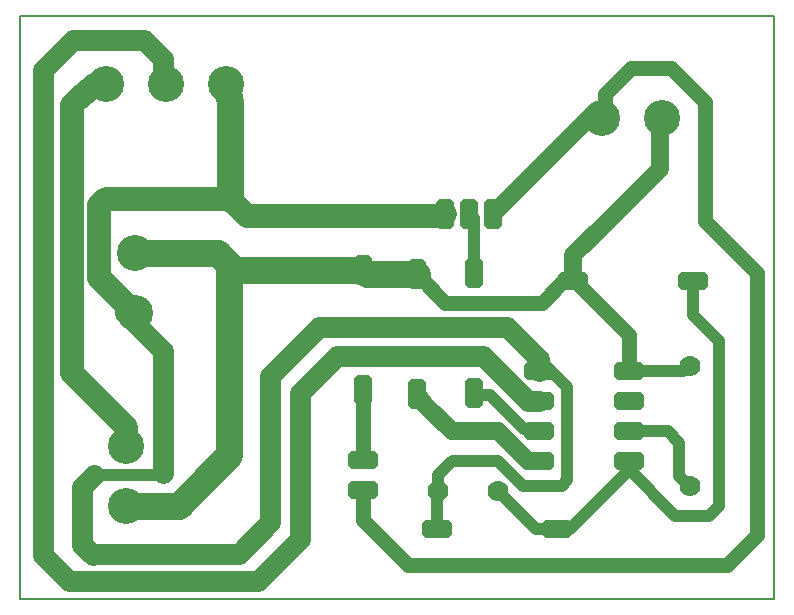
<source format=gbr>
G04 PROTEUS GERBER X2 FILE*
%TF.GenerationSoftware,Labcenter,Proteus,8.13-SP0-Build31525*%
%TF.CreationDate,2025-02-03T13:57:01+00:00*%
%TF.FileFunction,Copper,L2,Bot*%
%TF.FilePolarity,Positive*%
%TF.Part,Single*%
%TF.SameCoordinates,{a2927df7-da14-4721-b22e-cf69b3e8405d}*%
%FSLAX45Y45*%
%MOMM*%
G01*
%TA.AperFunction,Conductor*%
%ADD14C,2.286000*%
%ADD15C,1.270000*%
%ADD16C,1.016000*%
%ADD17C,1.524000*%
%ADD18C,0.254000*%
%ADD19C,1.778000*%
%ADD70C,2.032000*%
%TA.AperFunction,ComponentPad*%
%ADD10C,3.048000*%
%AMDIL001*
4,1,8,
-1.270000,0.457200,-0.965200,0.762000,0.965200,0.762000,1.270000,0.457200,1.270000,-0.457200,
0.965200,-0.762000,-0.965200,-0.762000,-1.270000,-0.457200,-1.270000,0.457200,
0*%
%TA.AperFunction,ComponentPad*%
%ADD11DIL001*%
%AMDIL002*
4,1,8,
-0.762000,0.965200,-0.457200,1.270000,0.457200,1.270000,0.762000,0.965200,0.762000,-0.965200,
0.457200,-1.270000,-0.457200,-1.270000,-0.762000,-0.965200,-0.762000,0.965200,
0*%
%TA.AperFunction,ComponentPad*%
%ADD12DIL002*%
%ADD13C,1.778000*%
%TA.AperFunction,NonConductor*%
%ADD71C,0.203200*%
%TD.AperFunction*%
D14*
X+1823394Y+3430000D02*
X+1823394Y+4247600D01*
X+1790000Y+4400000D01*
D15*
X+2950000Y+1214000D02*
X+2950000Y+1814000D01*
D14*
X+3410000Y+2790000D02*
X+2990000Y+2790000D01*
X+2950000Y+2830000D01*
D16*
X+3890000Y+2800000D02*
X+3890000Y+3263200D01*
X+3853200Y+3300000D01*
X+5720000Y+994000D02*
X+5627277Y+1086723D01*
X+5627277Y+1366227D01*
X+5531504Y+1462000D01*
X+5202000Y+1462000D01*
X+5202000Y+1970000D02*
X+5659380Y+1970000D01*
X+5723126Y+2033746D01*
X+5720000Y+2010000D01*
X+5000000Y+4090000D02*
X+5000000Y+4126945D01*
X+5000000Y+4154929D01*
D17*
X+4056400Y+3300000D02*
X+4911329Y+4154929D01*
X+5000000Y+4154929D01*
D16*
X+5033030Y+4154929D01*
X+5000000Y+4126945D01*
X+4980000Y+4110000D01*
X+5000000Y+4090000D02*
X+4971447Y+4118553D01*
X+4954089Y+4118553D01*
X+4980000Y+4110000D01*
D15*
X+2950000Y+960000D02*
X+2950000Y+713574D01*
X+3333574Y+330000D01*
X+6034726Y+330000D01*
X+6290931Y+586205D01*
X+6290931Y+2799069D01*
X+5850000Y+3240000D01*
X+5850000Y+4245839D01*
X+5560809Y+4535030D01*
X+5221457Y+4535030D01*
X+5000000Y+4313573D01*
X+5000000Y+4154929D01*
D16*
X+4592022Y+637978D02*
X+4706022Y+637978D01*
X+5194022Y+1125978D01*
X+5202000Y+1125978D01*
X+4560000Y+637978D02*
X+4420022Y+637978D01*
X+4592022Y+637978D02*
X+4560000Y+637978D01*
X+4420022Y+637978D02*
X+4100022Y+957978D01*
X+3592659Y+962659D02*
X+3592022Y+957978D01*
X+3592659Y+962659D02*
X+3614125Y+984124D01*
X+3592022Y+957978D01*
X+3592022Y+962022D02*
X+3592022Y+1092022D01*
X+3690000Y+1190000D01*
X+3712182Y+1212182D01*
X+3842183Y+1212182D01*
X+3890000Y+1212182D01*
X+4440000Y+1970000D02*
X+4547161Y+1970000D01*
X+4683045Y+1834116D01*
X+4683045Y+1044939D01*
X+4636008Y+997902D01*
X+4306748Y+997902D01*
X+4092468Y+1212182D01*
X+3890000Y+1212182D01*
X+3592022Y+962022D02*
X+3592659Y+962659D01*
X+3576022Y+637978D02*
X+3576022Y+945779D01*
X+3576022Y+946022D01*
X+3576572Y+946572D01*
X+3592022Y+962022D01*
X+3592022Y+957978D01*
X+3575004Y+945003D02*
X+3576022Y+945779D01*
X+3592022Y+957978D01*
X+3575004Y+945003D02*
X+3576022Y+946022D01*
X+5202000Y+1140000D02*
X+5598884Y+743116D01*
X+5640000Y+743116D01*
X+5202000Y+1208000D02*
X+5202000Y+1140000D01*
X+5202000Y+1125978D01*
X+5880000Y+743116D02*
X+5966255Y+829371D01*
X+5966255Y+865405D01*
X+5746000Y+2730000D02*
X+5746000Y+2447650D01*
X+5966255Y+2227395D01*
X+5966255Y+865405D01*
X+5880000Y+743116D02*
X+5640000Y+743116D01*
X+4440000Y+1462000D02*
X+4422000Y+1480000D01*
X+4320000Y+1480000D01*
X+4030000Y+1770000D01*
X+3904000Y+1770000D01*
X+3890000Y+1784000D01*
D17*
X+4440000Y+1208000D02*
X+4352000Y+1208000D01*
X+4100000Y+1460000D01*
X+3704805Y+1460000D01*
X+3479705Y+1685100D01*
X+3410000Y+1774000D01*
D15*
X+4730000Y+2750000D02*
X+5202000Y+2278000D01*
X+5202000Y+1970000D01*
D16*
X+4730000Y+2730000D02*
X+4730000Y+2750000D01*
D17*
X+4730000Y+2950000D01*
X+5000000Y+3220000D01*
X+5464526Y+3684526D01*
X+5464526Y+3957600D01*
X+5488000Y+4110000D01*
D18*
X+1230000Y+1140000D02*
X+1260000Y+1110000D01*
D14*
X+1873032Y+2830000D02*
X+2166033Y+2830000D01*
X+2950000Y+2830000D02*
X+2166033Y+2830000D01*
X+1830000Y+2830000D02*
X+1873032Y+2830000D01*
X+1820000Y+2776968D01*
D19*
X+4440000Y+1716000D02*
X+4354000Y+1716000D01*
X+3970000Y+2100000D01*
X+2735538Y+2100000D01*
X+2420000Y+1784462D01*
X+2420000Y+550000D01*
X+2060000Y+190000D01*
X+463023Y+190000D01*
X+240000Y+413023D01*
X+240000Y+4516000D01*
X+494000Y+4770000D01*
X+1100000Y+4770000D01*
X+1260000Y+4610000D01*
X+1260000Y+4370060D01*
X+1254808Y+4364868D01*
X+1282000Y+4400000D01*
D15*
X+3410000Y+2790000D02*
X+3650000Y+2550000D01*
X+4470000Y+2550000D01*
X+4650000Y+2730000D01*
X+4730000Y+2730000D01*
D16*
X+673719Y+1090000D02*
X+1260000Y+1090000D01*
X+1260000Y+1110000D01*
D14*
X+1020000Y+2968000D02*
X+1722000Y+2968000D01*
X+1830000Y+2860000D01*
X+1830000Y+2830000D01*
D19*
X+1260000Y+1110000D02*
X+1260000Y+2140000D01*
X+940000Y+2460000D01*
X+970000Y+2460000D01*
X+1020000Y+2460000D01*
X+970000Y+2460000D02*
X+1030000Y+2400000D01*
X+1020000Y+2460000D01*
X+4440000Y+1970000D02*
X+4440001Y+2069998D01*
X+4169999Y+2340000D01*
X+2580000Y+2340000D01*
X+2170000Y+1930000D01*
X+2170000Y+689999D01*
X+1902095Y+422094D01*
X+672562Y+422094D01*
X+664625Y+414157D01*
X+577313Y+501469D01*
X+577313Y+993594D01*
X+673719Y+1090000D01*
D70*
X+3650000Y+3300000D02*
X+3630000Y+3280000D01*
X+1973394Y+3280000D01*
X+1823394Y+3430000D01*
D14*
X+950000Y+832000D02*
X+1394893Y+832000D01*
X+1635661Y+1072768D01*
X+1820000Y+1257107D01*
X+1820000Y+2776968D01*
D18*
X+1820000Y+2820000D01*
D14*
X+1830000Y+2830000D01*
D70*
X+1020000Y+2460000D02*
X+720000Y+2760000D01*
X+720000Y+2840000D01*
X+1823394Y+3430000D02*
X+775193Y+3430000D01*
X+720000Y+3374807D01*
X+720000Y+2840000D01*
X+950000Y+1340000D02*
X+950000Y+1494687D01*
X+490000Y+1954687D01*
X+490000Y+4220000D01*
X+541600Y+4271600D01*
X+694000Y+4400000D01*
X+774000Y+4400000D01*
D10*
X+1020000Y+2460000D03*
X+1020000Y+2968000D03*
D11*
X+4440000Y+1970000D03*
X+4440000Y+1716000D03*
X+4440000Y+1462000D03*
X+4440000Y+1208000D03*
X+5202000Y+1208000D03*
X+5202000Y+1462000D03*
X+5202000Y+1716000D03*
X+5202000Y+1970000D03*
D12*
X+2950000Y+2830000D03*
X+2950000Y+1814000D03*
D11*
X+2950000Y+960000D03*
X+2950000Y+1214000D03*
D10*
X+950000Y+1340000D03*
X+950000Y+832000D03*
X+1790000Y+4400000D03*
X+1282000Y+4400000D03*
X+774000Y+4400000D03*
D11*
X+4730000Y+2730000D03*
X+5746000Y+2730000D03*
X+4592022Y+637978D03*
X+3576022Y+637978D03*
D13*
X+3592022Y+957978D03*
X+4100022Y+957978D03*
D12*
X+3410000Y+2790000D03*
X+3410000Y+1774000D03*
D13*
X+5720000Y+2010000D03*
X+5720000Y+994000D03*
D12*
X+3890000Y+2800000D03*
X+3890000Y+1784000D03*
X+3650000Y+3300000D03*
X+3853200Y+3300000D03*
X+4056400Y+3300000D03*
D10*
X+5488000Y+4110000D03*
X+4980000Y+4110000D03*
D71*
X+50000Y+40000D02*
X+6430000Y+40000D01*
X+6430000Y+4980000D01*
X+50000Y+4980000D01*
X+50000Y+40000D01*
M02*

</source>
